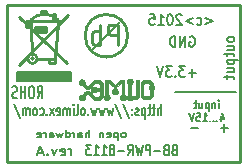
<source format=gbr>
G04 #@! TF.FileFunction,Legend,Bot*
%FSLAX46Y46*%
G04 Gerber Fmt 4.6, Leading zero omitted, Abs format (unit mm)*
G04 Created by KiCad (PCBNEW no-vcs-found-product) date 20.07.2015 (пн) 10,43,29 EEST*
%MOMM*%
G01*
G04 APERTURE LIST*
%ADD10C,0.100000*%
%ADD11C,0.200000*%
%ADD12C,0.150000*%
%ADD13C,0.175000*%
%ADD14C,0.254000*%
%ADD15C,0.009000*%
%ADD16C,0.127000*%
G04 APERTURE END LIST*
D10*
D11*
X32588200Y-23215600D02*
X37769800Y-23215600D01*
X35178743Y-16952143D02*
X35788267Y-17209286D01*
X35178743Y-17466429D01*
X34454934Y-17509286D02*
X34531124Y-17552143D01*
X34683505Y-17552143D01*
X34759696Y-17509286D01*
X34797791Y-17466429D01*
X34835886Y-17380714D01*
X34835886Y-17123571D01*
X34797791Y-17037857D01*
X34759696Y-16995000D01*
X34683505Y-16952143D01*
X34531124Y-16952143D01*
X34454934Y-16995000D01*
X34112077Y-16952143D02*
X33502553Y-17209286D01*
X34112077Y-17466429D01*
X33159696Y-16737857D02*
X33121601Y-16695000D01*
X33045410Y-16652143D01*
X32854934Y-16652143D01*
X32778744Y-16695000D01*
X32740648Y-16737857D01*
X32702553Y-16823571D01*
X32702553Y-16909286D01*
X32740648Y-17037857D01*
X33197791Y-17552143D01*
X32702553Y-17552143D01*
X32207315Y-16652143D02*
X32131124Y-16652143D01*
X32054934Y-16695000D01*
X32016839Y-16737857D01*
X31978743Y-16823571D01*
X31940648Y-16995000D01*
X31940648Y-17209286D01*
X31978743Y-17380714D01*
X32016839Y-17466429D01*
X32054934Y-17509286D01*
X32131124Y-17552143D01*
X32207315Y-17552143D01*
X32283505Y-17509286D01*
X32321601Y-17466429D01*
X32359696Y-17380714D01*
X32397791Y-17209286D01*
X32397791Y-16995000D01*
X32359696Y-16823571D01*
X32321601Y-16737857D01*
X32283505Y-16695000D01*
X32207315Y-16652143D01*
X31178743Y-17552143D02*
X31635886Y-17552143D01*
X31407315Y-17552143D02*
X31407315Y-16652143D01*
X31483505Y-16780714D01*
X31559696Y-16866429D01*
X31635886Y-16909286D01*
X30454933Y-16652143D02*
X30835886Y-16652143D01*
X30873981Y-17080714D01*
X30835886Y-17037857D01*
X30759695Y-16995000D01*
X30569219Y-16995000D01*
X30493029Y-17037857D01*
X30454933Y-17080714D01*
X30416838Y-17166429D01*
X30416838Y-17380714D01*
X30454933Y-17466429D01*
X30493029Y-17509286D01*
X30569219Y-17552143D01*
X30759695Y-17552143D01*
X30835886Y-17509286D01*
X30873981Y-17466429D01*
D12*
X31409899Y-25197543D02*
X31409899Y-24297543D01*
X31131328Y-25197543D02*
X31131328Y-24726114D01*
X31162280Y-24640400D01*
X31224185Y-24597543D01*
X31317042Y-24597543D01*
X31378947Y-24640400D01*
X31409899Y-24683257D01*
X30914661Y-24597543D02*
X30667042Y-24597543D01*
X30821804Y-24297543D02*
X30821804Y-25068971D01*
X30790852Y-25154686D01*
X30728947Y-25197543D01*
X30667042Y-25197543D01*
X30543232Y-24597543D02*
X30295613Y-24597543D01*
X30450375Y-24297543D02*
X30450375Y-25068971D01*
X30419423Y-25154686D01*
X30357518Y-25197543D01*
X30295613Y-25197543D01*
X30078946Y-24597543D02*
X30078946Y-25497543D01*
X30078946Y-24640400D02*
X30017041Y-24597543D01*
X29893232Y-24597543D01*
X29831327Y-24640400D01*
X29800375Y-24683257D01*
X29769422Y-24768971D01*
X29769422Y-25026114D01*
X29800375Y-25111829D01*
X29831327Y-25154686D01*
X29893232Y-25197543D01*
X30017041Y-25197543D01*
X30078946Y-25154686D01*
X29521803Y-25154686D02*
X29459899Y-25197543D01*
X29336089Y-25197543D01*
X29274184Y-25154686D01*
X29243232Y-25068971D01*
X29243232Y-25026114D01*
X29274184Y-24940400D01*
X29336089Y-24897543D01*
X29428946Y-24897543D01*
X29490851Y-24854686D01*
X29521803Y-24768971D01*
X29521803Y-24726114D01*
X29490851Y-24640400D01*
X29428946Y-24597543D01*
X29336089Y-24597543D01*
X29274184Y-24640400D01*
X28964661Y-25111829D02*
X28933709Y-25154686D01*
X28964661Y-25197543D01*
X28995613Y-25154686D01*
X28964661Y-25111829D01*
X28964661Y-25197543D01*
X28964661Y-24640400D02*
X28933709Y-24683257D01*
X28964661Y-24726114D01*
X28995613Y-24683257D01*
X28964661Y-24640400D01*
X28964661Y-24726114D01*
X28190851Y-24254686D02*
X28747994Y-25411829D01*
X27509899Y-24254686D02*
X28067042Y-25411829D01*
X27355138Y-24597543D02*
X27231328Y-25197543D01*
X27107519Y-24768971D01*
X26983709Y-25197543D01*
X26859900Y-24597543D01*
X26674186Y-24597543D02*
X26550376Y-25197543D01*
X26426567Y-24768971D01*
X26302757Y-25197543D01*
X26178948Y-24597543D01*
X25993234Y-24597543D02*
X25869424Y-25197543D01*
X25745615Y-24768971D01*
X25621805Y-25197543D01*
X25497996Y-24597543D01*
X25250377Y-25111829D02*
X25219425Y-25154686D01*
X25250377Y-25197543D01*
X25281329Y-25154686D01*
X25250377Y-25111829D01*
X25250377Y-25197543D01*
X24847996Y-25197543D02*
X24909901Y-25154686D01*
X24940853Y-25111829D01*
X24971805Y-25026114D01*
X24971805Y-24768971D01*
X24940853Y-24683257D01*
X24909901Y-24640400D01*
X24847996Y-24597543D01*
X24755139Y-24597543D01*
X24693234Y-24640400D01*
X24662282Y-24683257D01*
X24631329Y-24768971D01*
X24631329Y-25026114D01*
X24662282Y-25111829D01*
X24693234Y-25154686D01*
X24755139Y-25197543D01*
X24847996Y-25197543D01*
X24259901Y-25197543D02*
X24321806Y-25154686D01*
X24352758Y-25068971D01*
X24352758Y-24297543D01*
X24012282Y-25197543D02*
X24012282Y-24597543D01*
X24012282Y-24297543D02*
X24043234Y-24340400D01*
X24012282Y-24383257D01*
X23981330Y-24340400D01*
X24012282Y-24297543D01*
X24012282Y-24383257D01*
X23702758Y-25197543D02*
X23702758Y-24597543D01*
X23702758Y-24683257D02*
X23671806Y-24640400D01*
X23609901Y-24597543D01*
X23517044Y-24597543D01*
X23455139Y-24640400D01*
X23424187Y-24726114D01*
X23424187Y-25197543D01*
X23424187Y-24726114D02*
X23393234Y-24640400D01*
X23331330Y-24597543D01*
X23238472Y-24597543D01*
X23176568Y-24640400D01*
X23145615Y-24726114D01*
X23145615Y-25197543D01*
X22588472Y-25154686D02*
X22650377Y-25197543D01*
X22774186Y-25197543D01*
X22836091Y-25154686D01*
X22867043Y-25068971D01*
X22867043Y-24726114D01*
X22836091Y-24640400D01*
X22774186Y-24597543D01*
X22650377Y-24597543D01*
X22588472Y-24640400D01*
X22557520Y-24726114D01*
X22557520Y-24811829D01*
X22867043Y-24897543D01*
X22340853Y-25197543D02*
X22000377Y-24597543D01*
X22340853Y-24597543D02*
X22000377Y-25197543D01*
X21752758Y-25111829D02*
X21721806Y-25154686D01*
X21752758Y-25197543D01*
X21783710Y-25154686D01*
X21752758Y-25111829D01*
X21752758Y-25197543D01*
X21164663Y-25154686D02*
X21226567Y-25197543D01*
X21350377Y-25197543D01*
X21412282Y-25154686D01*
X21443234Y-25111829D01*
X21474186Y-25026114D01*
X21474186Y-24768971D01*
X21443234Y-24683257D01*
X21412282Y-24640400D01*
X21350377Y-24597543D01*
X21226567Y-24597543D01*
X21164663Y-24640400D01*
X20793234Y-25197543D02*
X20855139Y-25154686D01*
X20886091Y-25111829D01*
X20917043Y-25026114D01*
X20917043Y-24768971D01*
X20886091Y-24683257D01*
X20855139Y-24640400D01*
X20793234Y-24597543D01*
X20700377Y-24597543D01*
X20638472Y-24640400D01*
X20607520Y-24683257D01*
X20576567Y-24768971D01*
X20576567Y-25026114D01*
X20607520Y-25111829D01*
X20638472Y-25154686D01*
X20700377Y-25197543D01*
X20793234Y-25197543D01*
X20297996Y-25197543D02*
X20297996Y-24597543D01*
X20297996Y-24683257D02*
X20267044Y-24640400D01*
X20205139Y-24597543D01*
X20112282Y-24597543D01*
X20050377Y-24640400D01*
X20019425Y-24726114D01*
X20019425Y-25197543D01*
X20019425Y-24726114D02*
X19988472Y-24640400D01*
X19926568Y-24597543D01*
X19833710Y-24597543D01*
X19771806Y-24640400D01*
X19740853Y-24726114D01*
X19740853Y-25197543D01*
X18967043Y-24254686D02*
X19524186Y-25411829D01*
D13*
X20966799Y-23756881D02*
X21200133Y-23280690D01*
X21366799Y-23756881D02*
X21366799Y-22756881D01*
X21100133Y-22756881D01*
X21033466Y-22804500D01*
X21000133Y-22852119D01*
X20966799Y-22947357D01*
X20966799Y-23090214D01*
X21000133Y-23185452D01*
X21033466Y-23233071D01*
X21100133Y-23280690D01*
X21366799Y-23280690D01*
X20533466Y-22756881D02*
X20400133Y-22756881D01*
X20333466Y-22804500D01*
X20266799Y-22899738D01*
X20233466Y-23090214D01*
X20233466Y-23423548D01*
X20266799Y-23614024D01*
X20333466Y-23709262D01*
X20400133Y-23756881D01*
X20533466Y-23756881D01*
X20600133Y-23709262D01*
X20666799Y-23614024D01*
X20700133Y-23423548D01*
X20700133Y-23090214D01*
X20666799Y-22899738D01*
X20600133Y-22804500D01*
X20533466Y-22756881D01*
X19933466Y-23756881D02*
X19933466Y-22756881D01*
X19933466Y-23233071D02*
X19533466Y-23233071D01*
X19533466Y-23756881D02*
X19533466Y-22756881D01*
X19233467Y-23709262D02*
X19133467Y-23756881D01*
X18966800Y-23756881D01*
X18900133Y-23709262D01*
X18866800Y-23661643D01*
X18833467Y-23566405D01*
X18833467Y-23471167D01*
X18866800Y-23375929D01*
X18900133Y-23328310D01*
X18966800Y-23280690D01*
X19100133Y-23233071D01*
X19166800Y-23185452D01*
X19200133Y-23137833D01*
X19233467Y-23042595D01*
X19233467Y-22947357D01*
X19200133Y-22852119D01*
X19166800Y-22804500D01*
X19100133Y-22756881D01*
X18933467Y-22756881D01*
X18833467Y-22804500D01*
D11*
X23821057Y-28594005D02*
X23821057Y-28060671D01*
X23821057Y-28213052D02*
X23778200Y-28136862D01*
X23735343Y-28098767D01*
X23649629Y-28060671D01*
X23563914Y-28060671D01*
X22921057Y-28555910D02*
X23006771Y-28594005D01*
X23178200Y-28594005D01*
X23263914Y-28555910D01*
X23306771Y-28479719D01*
X23306771Y-28174957D01*
X23263914Y-28098767D01*
X23178200Y-28060671D01*
X23006771Y-28060671D01*
X22921057Y-28098767D01*
X22878200Y-28174957D01*
X22878200Y-28251148D01*
X23306771Y-28327338D01*
X22578200Y-28060671D02*
X22363914Y-28594005D01*
X22149628Y-28060671D01*
X21806771Y-28517814D02*
X21763914Y-28555910D01*
X21806771Y-28594005D01*
X21849628Y-28555910D01*
X21806771Y-28517814D01*
X21806771Y-28594005D01*
X21421057Y-28365433D02*
X20992486Y-28365433D01*
X21506772Y-28594005D02*
X21206772Y-27794005D01*
X20906772Y-28594005D01*
D13*
X32543301Y-28129714D02*
X32443301Y-28172571D01*
X32409968Y-28215429D01*
X32376634Y-28301143D01*
X32376634Y-28429714D01*
X32409968Y-28515429D01*
X32443301Y-28558286D01*
X32509968Y-28601143D01*
X32776634Y-28601143D01*
X32776634Y-27701143D01*
X32543301Y-27701143D01*
X32476634Y-27744000D01*
X32443301Y-27786857D01*
X32409968Y-27872571D01*
X32409968Y-27958286D01*
X32443301Y-28044000D01*
X32476634Y-28086857D01*
X32543301Y-28129714D01*
X32776634Y-28129714D01*
X31843301Y-28129714D02*
X31743301Y-28172571D01*
X31709968Y-28215429D01*
X31676634Y-28301143D01*
X31676634Y-28429714D01*
X31709968Y-28515429D01*
X31743301Y-28558286D01*
X31809968Y-28601143D01*
X32076634Y-28601143D01*
X32076634Y-27701143D01*
X31843301Y-27701143D01*
X31776634Y-27744000D01*
X31743301Y-27786857D01*
X31709968Y-27872571D01*
X31709968Y-27958286D01*
X31743301Y-28044000D01*
X31776634Y-28086857D01*
X31843301Y-28129714D01*
X32076634Y-28129714D01*
X31376634Y-28258286D02*
X30843301Y-28258286D01*
X30509967Y-28601143D02*
X30509967Y-27701143D01*
X30243301Y-27701143D01*
X30176634Y-27744000D01*
X30143301Y-27786857D01*
X30109967Y-27872571D01*
X30109967Y-28001143D01*
X30143301Y-28086857D01*
X30176634Y-28129714D01*
X30243301Y-28172571D01*
X30509967Y-28172571D01*
X29876634Y-27701143D02*
X29709967Y-28601143D01*
X29576634Y-27958286D01*
X29443301Y-28601143D01*
X29276634Y-27701143D01*
X28609967Y-28601143D02*
X28843301Y-28172571D01*
X29009967Y-28601143D02*
X29009967Y-27701143D01*
X28743301Y-27701143D01*
X28676634Y-27744000D01*
X28643301Y-27786857D01*
X28609967Y-27872571D01*
X28609967Y-28001143D01*
X28643301Y-28086857D01*
X28676634Y-28129714D01*
X28743301Y-28172571D01*
X29009967Y-28172571D01*
X28309967Y-28258286D02*
X27776634Y-28258286D01*
X27343300Y-28086857D02*
X27409967Y-28044000D01*
X27443300Y-28001143D01*
X27476634Y-27915429D01*
X27476634Y-27872571D01*
X27443300Y-27786857D01*
X27409967Y-27744000D01*
X27343300Y-27701143D01*
X27209967Y-27701143D01*
X27143300Y-27744000D01*
X27109967Y-27786857D01*
X27076634Y-27872571D01*
X27076634Y-27915429D01*
X27109967Y-28001143D01*
X27143300Y-28044000D01*
X27209967Y-28086857D01*
X27343300Y-28086857D01*
X27409967Y-28129714D01*
X27443300Y-28172571D01*
X27476634Y-28258286D01*
X27476634Y-28429714D01*
X27443300Y-28515429D01*
X27409967Y-28558286D01*
X27343300Y-28601143D01*
X27209967Y-28601143D01*
X27143300Y-28558286D01*
X27109967Y-28515429D01*
X27076634Y-28429714D01*
X27076634Y-28258286D01*
X27109967Y-28172571D01*
X27143300Y-28129714D01*
X27209967Y-28086857D01*
X26409967Y-28601143D02*
X26809967Y-28601143D01*
X26609967Y-28601143D02*
X26609967Y-27701143D01*
X26676633Y-27829714D01*
X26743300Y-27915429D01*
X26809967Y-27958286D01*
X25743300Y-28601143D02*
X26143300Y-28601143D01*
X25943300Y-28601143D02*
X25943300Y-27701143D01*
X26009966Y-27829714D01*
X26076633Y-27915429D01*
X26143300Y-27958286D01*
X25509966Y-27701143D02*
X25076633Y-27701143D01*
X25309966Y-28044000D01*
X25209966Y-28044000D01*
X25143299Y-28086857D01*
X25109966Y-28129714D01*
X25076633Y-28215429D01*
X25076633Y-28429714D01*
X25109966Y-28515429D01*
X25143299Y-28558286D01*
X25209966Y-28601143D01*
X25409966Y-28601143D01*
X25476633Y-28558286D01*
X25509966Y-28515429D01*
D12*
X36304414Y-24605567D02*
X36304414Y-24138900D01*
X36304414Y-23905567D02*
X36332985Y-23938900D01*
X36304414Y-23972233D01*
X36275842Y-23938900D01*
X36304414Y-23905567D01*
X36304414Y-23972233D01*
X36018700Y-24138900D02*
X36018700Y-24605567D01*
X36018700Y-24205567D02*
X35990128Y-24172233D01*
X35932986Y-24138900D01*
X35847271Y-24138900D01*
X35790128Y-24172233D01*
X35761557Y-24238900D01*
X35761557Y-24605567D01*
X35475843Y-24138900D02*
X35475843Y-24838900D01*
X35475843Y-24172233D02*
X35418700Y-24138900D01*
X35304414Y-24138900D01*
X35247271Y-24172233D01*
X35218700Y-24205567D01*
X35190129Y-24272233D01*
X35190129Y-24472233D01*
X35218700Y-24538900D01*
X35247271Y-24572233D01*
X35304414Y-24605567D01*
X35418700Y-24605567D01*
X35475843Y-24572233D01*
X34675843Y-24138900D02*
X34675843Y-24605567D01*
X34932986Y-24138900D02*
X34932986Y-24505567D01*
X34904414Y-24572233D01*
X34847272Y-24605567D01*
X34761557Y-24605567D01*
X34704414Y-24572233D01*
X34675843Y-24538900D01*
X34475843Y-24138900D02*
X34247272Y-24138900D01*
X34390129Y-23905567D02*
X34390129Y-24505567D01*
X34361557Y-24572233D01*
X34304415Y-24605567D01*
X34247272Y-24605567D01*
X36461557Y-25268900D02*
X36461557Y-25735567D01*
X36604414Y-25002233D02*
X36747271Y-25502233D01*
X36375843Y-25502233D01*
X36147271Y-25668900D02*
X36118699Y-25702233D01*
X36147271Y-25735567D01*
X36175842Y-25702233D01*
X36147271Y-25668900D01*
X36147271Y-25735567D01*
X35861557Y-25668900D02*
X35832985Y-25702233D01*
X35861557Y-25735567D01*
X35890128Y-25702233D01*
X35861557Y-25668900D01*
X35861557Y-25735567D01*
X35575843Y-25668900D02*
X35547271Y-25702233D01*
X35575843Y-25735567D01*
X35604414Y-25702233D01*
X35575843Y-25668900D01*
X35575843Y-25735567D01*
X34975843Y-25735567D02*
X35318700Y-25735567D01*
X35147272Y-25735567D02*
X35147272Y-25035567D01*
X35204415Y-25135567D01*
X35261557Y-25202233D01*
X35318700Y-25235567D01*
X34432986Y-25035567D02*
X34718700Y-25035567D01*
X34747271Y-25368900D01*
X34718700Y-25335567D01*
X34661557Y-25302233D01*
X34518700Y-25302233D01*
X34461557Y-25335567D01*
X34432986Y-25368900D01*
X34404414Y-25435567D01*
X34404414Y-25602233D01*
X34432986Y-25668900D01*
X34461557Y-25702233D01*
X34518700Y-25735567D01*
X34661557Y-25735567D01*
X34718700Y-25702233D01*
X34747271Y-25668900D01*
X34232985Y-25035567D02*
X34032985Y-25735567D01*
X33832985Y-25035567D01*
D11*
X34582062Y-26251686D02*
X33972538Y-26251686D01*
X37083962Y-26289786D02*
X36474438Y-26289786D01*
X36779200Y-26632643D02*
X36779200Y-25946929D01*
X37618143Y-18707299D02*
X37575286Y-18631108D01*
X37532429Y-18593013D01*
X37446714Y-18554918D01*
X37189571Y-18554918D01*
X37103857Y-18593013D01*
X37061000Y-18631108D01*
X37018143Y-18707299D01*
X37018143Y-18821585D01*
X37061000Y-18897775D01*
X37103857Y-18935870D01*
X37189571Y-18973966D01*
X37446714Y-18973966D01*
X37532429Y-18935870D01*
X37575286Y-18897775D01*
X37618143Y-18821585D01*
X37618143Y-18707299D01*
X37018143Y-19659680D02*
X37618143Y-19659680D01*
X37018143Y-19316823D02*
X37489571Y-19316823D01*
X37575286Y-19354918D01*
X37618143Y-19431109D01*
X37618143Y-19545395D01*
X37575286Y-19621585D01*
X37532429Y-19659680D01*
X37018143Y-19926347D02*
X37018143Y-20231109D01*
X36718143Y-20040633D02*
X37489571Y-20040633D01*
X37575286Y-20078728D01*
X37618143Y-20154919D01*
X37618143Y-20231109D01*
X37018143Y-20497776D02*
X37918143Y-20497776D01*
X37061000Y-20497776D02*
X37018143Y-20573967D01*
X37018143Y-20726348D01*
X37061000Y-20802538D01*
X37103857Y-20840633D01*
X37189571Y-20878729D01*
X37446714Y-20878729D01*
X37532429Y-20840633D01*
X37575286Y-20802538D01*
X37618143Y-20726348D01*
X37618143Y-20573967D01*
X37575286Y-20497776D01*
X37018143Y-21564443D02*
X37618143Y-21564443D01*
X37018143Y-21221586D02*
X37489571Y-21221586D01*
X37575286Y-21259681D01*
X37618143Y-21335872D01*
X37618143Y-21450158D01*
X37575286Y-21526348D01*
X37532429Y-21564443D01*
X37018143Y-21831110D02*
X37018143Y-22135872D01*
X36718143Y-21945396D02*
X37489571Y-21945396D01*
X37575286Y-21983491D01*
X37618143Y-22059682D01*
X37618143Y-22135872D01*
X33858123Y-18549200D02*
X33934314Y-18506343D01*
X34048599Y-18506343D01*
X34162885Y-18549200D01*
X34239076Y-18634914D01*
X34277171Y-18720629D01*
X34315266Y-18892057D01*
X34315266Y-19020629D01*
X34277171Y-19192057D01*
X34239076Y-19277771D01*
X34162885Y-19363486D01*
X34048599Y-19406343D01*
X33972409Y-19406343D01*
X33858123Y-19363486D01*
X33820028Y-19320629D01*
X33820028Y-19020629D01*
X33972409Y-19020629D01*
X33477171Y-19406343D02*
X33477171Y-18506343D01*
X33020028Y-19406343D01*
X33020028Y-18506343D01*
X32639076Y-19406343D02*
X32639076Y-18506343D01*
X32448600Y-18506343D01*
X32334314Y-18549200D01*
X32258123Y-18634914D01*
X32220028Y-18720629D01*
X32181933Y-18892057D01*
X32181933Y-19020629D01*
X32220028Y-19192057D01*
X32258123Y-19277771D01*
X32334314Y-19363486D01*
X32448600Y-19406343D01*
X32639076Y-19406343D01*
X34391400Y-21628886D02*
X33781876Y-21628886D01*
X34086638Y-21971743D02*
X34086638Y-21286029D01*
X33477114Y-21071743D02*
X32981876Y-21071743D01*
X33248543Y-21414600D01*
X33134257Y-21414600D01*
X33058067Y-21457457D01*
X33019971Y-21500314D01*
X32981876Y-21586029D01*
X32981876Y-21800314D01*
X33019971Y-21886029D01*
X33058067Y-21928886D01*
X33134257Y-21971743D01*
X33362829Y-21971743D01*
X33439019Y-21928886D01*
X33477114Y-21886029D01*
X32639019Y-21886029D02*
X32600924Y-21928886D01*
X32639019Y-21971743D01*
X32677114Y-21928886D01*
X32639019Y-21886029D01*
X32639019Y-21971743D01*
X32334257Y-21071743D02*
X31839019Y-21071743D01*
X32105686Y-21414600D01*
X31991400Y-21414600D01*
X31915210Y-21457457D01*
X31877114Y-21500314D01*
X31839019Y-21586029D01*
X31839019Y-21800314D01*
X31877114Y-21886029D01*
X31915210Y-21928886D01*
X31991400Y-21971743D01*
X32219972Y-21971743D01*
X32296162Y-21928886D01*
X32334257Y-21886029D01*
X31610448Y-21071743D02*
X31343781Y-21971743D01*
X31077114Y-21071743D01*
D12*
X28292764Y-27093829D02*
X28359431Y-27065257D01*
X28392764Y-27036686D01*
X28426098Y-26979543D01*
X28426098Y-26808114D01*
X28392764Y-26750971D01*
X28359431Y-26722400D01*
X28292764Y-26693829D01*
X28192764Y-26693829D01*
X28126098Y-26722400D01*
X28092764Y-26750971D01*
X28059431Y-26808114D01*
X28059431Y-26979543D01*
X28092764Y-27036686D01*
X28126098Y-27065257D01*
X28192764Y-27093829D01*
X28292764Y-27093829D01*
X27759431Y-26693829D02*
X27759431Y-27293829D01*
X27759431Y-26722400D02*
X27692765Y-26693829D01*
X27559431Y-26693829D01*
X27492765Y-26722400D01*
X27459431Y-26750971D01*
X27426098Y-26808114D01*
X27426098Y-26979543D01*
X27459431Y-27036686D01*
X27492765Y-27065257D01*
X27559431Y-27093829D01*
X27692765Y-27093829D01*
X27759431Y-27065257D01*
X26859432Y-27065257D02*
X26926098Y-27093829D01*
X27059432Y-27093829D01*
X27126098Y-27065257D01*
X27159432Y-27008114D01*
X27159432Y-26779543D01*
X27126098Y-26722400D01*
X27059432Y-26693829D01*
X26926098Y-26693829D01*
X26859432Y-26722400D01*
X26826098Y-26779543D01*
X26826098Y-26836686D01*
X27159432Y-26893829D01*
X26526098Y-26693829D02*
X26526098Y-27093829D01*
X26526098Y-26750971D02*
X26492765Y-26722400D01*
X26426098Y-26693829D01*
X26326098Y-26693829D01*
X26259432Y-26722400D01*
X26226098Y-26779543D01*
X26226098Y-27093829D01*
X25359432Y-27093829D02*
X25359432Y-26493829D01*
X25059432Y-27093829D02*
X25059432Y-26779543D01*
X25092766Y-26722400D01*
X25159432Y-26693829D01*
X25259432Y-26693829D01*
X25326099Y-26722400D01*
X25359432Y-26750971D01*
X24426099Y-27093829D02*
X24426099Y-26779543D01*
X24459433Y-26722400D01*
X24526099Y-26693829D01*
X24659433Y-26693829D01*
X24726099Y-26722400D01*
X24426099Y-27065257D02*
X24492766Y-27093829D01*
X24659433Y-27093829D01*
X24726099Y-27065257D01*
X24759433Y-27008114D01*
X24759433Y-26950971D01*
X24726099Y-26893829D01*
X24659433Y-26865257D01*
X24492766Y-26865257D01*
X24426099Y-26836686D01*
X24092766Y-27093829D02*
X24092766Y-26693829D01*
X24092766Y-26808114D02*
X24059433Y-26750971D01*
X24026100Y-26722400D01*
X23959433Y-26693829D01*
X23892766Y-26693829D01*
X23359433Y-27093829D02*
X23359433Y-26493829D01*
X23359433Y-27065257D02*
X23426100Y-27093829D01*
X23559433Y-27093829D01*
X23626100Y-27065257D01*
X23659433Y-27036686D01*
X23692767Y-26979543D01*
X23692767Y-26808114D01*
X23659433Y-26750971D01*
X23626100Y-26722400D01*
X23559433Y-26693829D01*
X23426100Y-26693829D01*
X23359433Y-26722400D01*
X23092767Y-26693829D02*
X22959434Y-27093829D01*
X22826100Y-26808114D01*
X22692767Y-27093829D01*
X22559434Y-26693829D01*
X21992767Y-27093829D02*
X21992767Y-26779543D01*
X22026101Y-26722400D01*
X22092767Y-26693829D01*
X22226101Y-26693829D01*
X22292767Y-26722400D01*
X21992767Y-27065257D02*
X22059434Y-27093829D01*
X22226101Y-27093829D01*
X22292767Y-27065257D01*
X22326101Y-27008114D01*
X22326101Y-26950971D01*
X22292767Y-26893829D01*
X22226101Y-26865257D01*
X22059434Y-26865257D01*
X21992767Y-26836686D01*
X21659434Y-27093829D02*
X21659434Y-26693829D01*
X21659434Y-26808114D02*
X21626101Y-26750971D01*
X21592768Y-26722400D01*
X21526101Y-26693829D01*
X21459434Y-26693829D01*
X20959435Y-27065257D02*
X21026101Y-27093829D01*
X21159435Y-27093829D01*
X21226101Y-27065257D01*
X21259435Y-27008114D01*
X21259435Y-26779543D01*
X21226101Y-26722400D01*
X21159435Y-26693829D01*
X21026101Y-26693829D01*
X20959435Y-26722400D01*
X20926101Y-26779543D01*
X20926101Y-26836686D01*
X21259435Y-26893829D01*
D14*
X38100000Y-15875000D02*
X18415000Y-15875000D01*
X18415000Y-29210000D02*
X18415000Y-15875000D01*
X38100000Y-29210000D02*
X18415000Y-29210000D01*
X38100000Y-15875000D02*
X38100000Y-29210000D01*
D15*
G36*
X28539758Y-23709894D02*
X28541946Y-23758073D01*
X28551906Y-23801358D01*
X28557855Y-23815542D01*
X28581393Y-23852181D01*
X28614139Y-23888732D01*
X28651040Y-23920150D01*
X28681178Y-23938700D01*
X28704540Y-23946540D01*
X28704540Y-23719790D01*
X28707607Y-23685595D01*
X28718175Y-23663538D01*
X28738298Y-23651523D01*
X28770029Y-23647455D01*
X28775474Y-23647400D01*
X28801129Y-23649175D01*
X28821958Y-23653708D01*
X28829232Y-23657129D01*
X28842453Y-23675125D01*
X28849433Y-23701671D01*
X28850163Y-23731447D01*
X28844632Y-23759130D01*
X28832832Y-23779397D01*
X28829462Y-23782283D01*
X28809357Y-23790066D01*
X28781851Y-23792616D01*
X28753080Y-23790229D01*
X28729180Y-23783206D01*
X28719780Y-23776940D01*
X28709925Y-23762256D01*
X28705325Y-23740799D01*
X28704540Y-23719790D01*
X28704540Y-23946540D01*
X28717154Y-23950773D01*
X28760249Y-23957159D01*
X28804167Y-23957500D01*
X28842610Y-23951437D01*
X28851870Y-23948417D01*
X28883368Y-23932813D01*
X28916497Y-23910625D01*
X28946040Y-23885787D01*
X28966783Y-23862232D01*
X28967430Y-23861259D01*
X28982670Y-23837944D01*
X29144840Y-23837922D01*
X29204108Y-23837644D01*
X29250014Y-23836756D01*
X29284424Y-23835149D01*
X29309209Y-23832714D01*
X29326237Y-23829344D01*
X29333155Y-23826976D01*
X29348484Y-23817340D01*
X29371738Y-23798771D01*
X29400651Y-23773470D01*
X29432957Y-23743640D01*
X29466392Y-23711486D01*
X29498690Y-23679209D01*
X29527585Y-23649013D01*
X29550812Y-23623100D01*
X29566105Y-23603674D01*
X29570464Y-23596210D01*
X29572327Y-23589464D01*
X29573963Y-23577995D01*
X29575387Y-23560917D01*
X29576612Y-23537343D01*
X29577649Y-23506386D01*
X29578514Y-23467158D01*
X29579219Y-23418774D01*
X29579778Y-23360346D01*
X29580203Y-23290986D01*
X29580509Y-23209809D01*
X29580708Y-23115928D01*
X29580813Y-23008454D01*
X29580840Y-22904695D01*
X29580840Y-22237700D01*
X29462730Y-22237700D01*
X29344620Y-22237700D01*
X29344620Y-22868459D01*
X29344620Y-23499219D01*
X29292994Y-23550449D01*
X29241368Y-23601680D01*
X29112019Y-23601658D01*
X28982670Y-23601636D01*
X28967430Y-23578321D01*
X28948034Y-23555818D01*
X28919643Y-23531325D01*
X28887319Y-23508742D01*
X28856123Y-23491966D01*
X28854197Y-23491145D01*
X28815347Y-23481290D01*
X28769929Y-23479531D01*
X28724093Y-23485566D01*
X28683989Y-23499092D01*
X28683017Y-23499571D01*
X28638589Y-23528117D01*
X28598099Y-23565943D01*
X28566354Y-23608304D01*
X28558608Y-23622483D01*
X28545320Y-23662728D01*
X28539758Y-23709894D01*
X28539758Y-23709894D01*
X28539758Y-23709894D01*
G37*
X28539758Y-23709894D02*
X28541946Y-23758073D01*
X28551906Y-23801358D01*
X28557855Y-23815542D01*
X28581393Y-23852181D01*
X28614139Y-23888732D01*
X28651040Y-23920150D01*
X28681178Y-23938700D01*
X28704540Y-23946540D01*
X28704540Y-23719790D01*
X28707607Y-23685595D01*
X28718175Y-23663538D01*
X28738298Y-23651523D01*
X28770029Y-23647455D01*
X28775474Y-23647400D01*
X28801129Y-23649175D01*
X28821958Y-23653708D01*
X28829232Y-23657129D01*
X28842453Y-23675125D01*
X28849433Y-23701671D01*
X28850163Y-23731447D01*
X28844632Y-23759130D01*
X28832832Y-23779397D01*
X28829462Y-23782283D01*
X28809357Y-23790066D01*
X28781851Y-23792616D01*
X28753080Y-23790229D01*
X28729180Y-23783206D01*
X28719780Y-23776940D01*
X28709925Y-23762256D01*
X28705325Y-23740799D01*
X28704540Y-23719790D01*
X28704540Y-23946540D01*
X28717154Y-23950773D01*
X28760249Y-23957159D01*
X28804167Y-23957500D01*
X28842610Y-23951437D01*
X28851870Y-23948417D01*
X28883368Y-23932813D01*
X28916497Y-23910625D01*
X28946040Y-23885787D01*
X28966783Y-23862232D01*
X28967430Y-23861259D01*
X28982670Y-23837944D01*
X29144840Y-23837922D01*
X29204108Y-23837644D01*
X29250014Y-23836756D01*
X29284424Y-23835149D01*
X29309209Y-23832714D01*
X29326237Y-23829344D01*
X29333155Y-23826976D01*
X29348484Y-23817340D01*
X29371738Y-23798771D01*
X29400651Y-23773470D01*
X29432957Y-23743640D01*
X29466392Y-23711486D01*
X29498690Y-23679209D01*
X29527585Y-23649013D01*
X29550812Y-23623100D01*
X29566105Y-23603674D01*
X29570464Y-23596210D01*
X29572327Y-23589464D01*
X29573963Y-23577995D01*
X29575387Y-23560917D01*
X29576612Y-23537343D01*
X29577649Y-23506386D01*
X29578514Y-23467158D01*
X29579219Y-23418774D01*
X29579778Y-23360346D01*
X29580203Y-23290986D01*
X29580509Y-23209809D01*
X29580708Y-23115928D01*
X29580813Y-23008454D01*
X29580840Y-22904695D01*
X29580840Y-22237700D01*
X29462730Y-22237700D01*
X29344620Y-22237700D01*
X29344620Y-22868459D01*
X29344620Y-23499219D01*
X29292994Y-23550449D01*
X29241368Y-23601680D01*
X29112019Y-23601658D01*
X28982670Y-23601636D01*
X28967430Y-23578321D01*
X28948034Y-23555818D01*
X28919643Y-23531325D01*
X28887319Y-23508742D01*
X28856123Y-23491966D01*
X28854197Y-23491145D01*
X28815347Y-23481290D01*
X28769929Y-23479531D01*
X28724093Y-23485566D01*
X28683989Y-23499092D01*
X28683017Y-23499571D01*
X28638589Y-23528117D01*
X28598099Y-23565943D01*
X28566354Y-23608304D01*
X28558608Y-23622483D01*
X28545320Y-23662728D01*
X28539758Y-23709894D01*
X28539758Y-23709894D01*
G36*
X26595543Y-23694821D02*
X26596146Y-23743596D01*
X26605430Y-23790746D01*
X26615024Y-23815542D01*
X26638185Y-23851927D01*
X26670688Y-23888394D01*
X26707516Y-23919912D01*
X26738078Y-23938865D01*
X26761440Y-23946481D01*
X26761440Y-23719790D01*
X26764507Y-23685595D01*
X26775075Y-23663538D01*
X26795198Y-23651523D01*
X26826929Y-23647455D01*
X26832374Y-23647400D01*
X26858029Y-23649175D01*
X26878858Y-23653708D01*
X26886132Y-23657129D01*
X26899353Y-23675125D01*
X26906333Y-23701671D01*
X26907063Y-23731447D01*
X26901532Y-23759130D01*
X26889732Y-23779397D01*
X26886362Y-23782283D01*
X26866257Y-23790066D01*
X26838751Y-23792616D01*
X26809980Y-23790229D01*
X26786080Y-23783206D01*
X26776680Y-23776940D01*
X26766825Y-23762256D01*
X26762225Y-23740799D01*
X26761440Y-23719790D01*
X26761440Y-23946481D01*
X26777881Y-23951841D01*
X26824865Y-23957035D01*
X26873125Y-23954472D01*
X26916750Y-23944173D01*
X26931137Y-23938112D01*
X26974299Y-23910047D01*
X27014296Y-23871553D01*
X27046481Y-23827370D01*
X27054765Y-23812004D01*
X27069312Y-23769165D01*
X27075126Y-23721559D01*
X27071917Y-23675172D01*
X27062951Y-23643662D01*
X27046380Y-23611963D01*
X27023831Y-23579085D01*
X26999156Y-23550053D01*
X26976204Y-23529892D01*
X26975299Y-23529290D01*
X26951984Y-23514050D01*
X26951962Y-22993985D01*
X26951940Y-22473920D01*
X26984381Y-22473920D01*
X26993114Y-22474127D01*
X27001314Y-22475444D01*
X27010198Y-22478912D01*
X27020982Y-22485575D01*
X27034886Y-22496473D01*
X27053124Y-22512650D01*
X27076917Y-22535147D01*
X27107479Y-22565008D01*
X27146029Y-22603273D01*
X27193784Y-22650986D01*
X27209171Y-22666380D01*
X27401520Y-22858840D01*
X27401498Y-22931175D01*
X27401333Y-22964799D01*
X27400246Y-22986642D01*
X27397317Y-23000161D01*
X27391623Y-23008815D01*
X27382244Y-23016063D01*
X27378161Y-23018750D01*
X27352738Y-23040862D01*
X27326902Y-23072397D01*
X27304438Y-23108131D01*
X27289868Y-23140620D01*
X27281343Y-23184281D01*
X27281946Y-23233056D01*
X27291230Y-23280206D01*
X27300824Y-23305002D01*
X27323985Y-23341387D01*
X27356488Y-23377853D01*
X27393316Y-23409372D01*
X27423878Y-23428324D01*
X27447240Y-23435941D01*
X27447240Y-23209250D01*
X27450307Y-23175055D01*
X27460875Y-23152998D01*
X27480998Y-23140983D01*
X27512729Y-23136915D01*
X27518174Y-23136860D01*
X27543829Y-23138635D01*
X27564658Y-23143168D01*
X27571932Y-23146589D01*
X27585153Y-23164585D01*
X27592133Y-23191131D01*
X27592863Y-23220907D01*
X27587332Y-23248590D01*
X27575532Y-23268857D01*
X27572162Y-23271743D01*
X27552057Y-23279526D01*
X27524551Y-23282076D01*
X27495780Y-23279689D01*
X27471880Y-23272666D01*
X27462480Y-23266400D01*
X27452625Y-23251716D01*
X27448025Y-23230259D01*
X27447240Y-23209250D01*
X27447240Y-23435941D01*
X27463681Y-23441301D01*
X27510665Y-23446495D01*
X27558925Y-23443932D01*
X27602550Y-23433633D01*
X27616936Y-23427572D01*
X27660099Y-23399507D01*
X27700096Y-23361013D01*
X27732281Y-23316830D01*
X27740565Y-23301464D01*
X27755112Y-23258625D01*
X27760926Y-23211019D01*
X27757717Y-23164632D01*
X27748751Y-23133122D01*
X27732180Y-23101423D01*
X27709631Y-23068545D01*
X27684956Y-23039513D01*
X27662004Y-23019352D01*
X27661099Y-23018750D01*
X27650294Y-23011205D01*
X27643480Y-23003400D01*
X27639736Y-22991878D01*
X27638140Y-22973179D01*
X27637772Y-22943846D01*
X27637762Y-22931175D01*
X27637740Y-22858840D01*
X27830089Y-22666380D01*
X27880676Y-22615799D01*
X27921713Y-22574960D01*
X27954417Y-22542822D01*
X27980006Y-22518343D01*
X27999696Y-22500479D01*
X28014705Y-22488190D01*
X28026250Y-22480432D01*
X28035549Y-22476164D01*
X28043819Y-22474343D01*
X28052277Y-22473927D01*
X28054879Y-22473920D01*
X28087320Y-22473920D01*
X28087298Y-22993985D01*
X28087276Y-23514050D01*
X28063961Y-23529290D01*
X28038538Y-23551402D01*
X28012702Y-23582937D01*
X27990238Y-23618671D01*
X27975668Y-23651160D01*
X27967143Y-23694821D01*
X27967746Y-23743596D01*
X27977030Y-23790746D01*
X27986624Y-23815542D01*
X28009844Y-23852013D01*
X28042395Y-23888494D01*
X28079233Y-23919936D01*
X28109678Y-23938700D01*
X28133040Y-23946551D01*
X28133040Y-23719790D01*
X28136107Y-23685595D01*
X28146675Y-23663538D01*
X28166798Y-23651523D01*
X28198529Y-23647455D01*
X28203974Y-23647400D01*
X28229629Y-23649175D01*
X28250458Y-23653708D01*
X28257732Y-23657129D01*
X28270953Y-23675125D01*
X28277933Y-23701671D01*
X28278663Y-23731447D01*
X28273132Y-23759130D01*
X28261332Y-23779397D01*
X28257962Y-23782283D01*
X28237857Y-23790066D01*
X28210351Y-23792616D01*
X28181580Y-23790229D01*
X28157680Y-23783206D01*
X28148280Y-23776940D01*
X28138425Y-23762256D01*
X28133825Y-23740799D01*
X28133040Y-23719790D01*
X28133040Y-23946551D01*
X28145308Y-23950674D01*
X28188064Y-23957090D01*
X28231683Y-23957584D01*
X28269903Y-23951793D01*
X28279926Y-23948570D01*
X28329793Y-23922126D01*
X28375151Y-23883844D01*
X28412600Y-23837088D01*
X28434777Y-23795377D01*
X28442869Y-23763938D01*
X28445952Y-23724849D01*
X28444036Y-23684851D01*
X28437132Y-23650685D01*
X28434551Y-23643662D01*
X28417980Y-23611963D01*
X28395431Y-23579085D01*
X28370756Y-23550053D01*
X28347804Y-23529892D01*
X28346899Y-23529290D01*
X28323584Y-23514050D01*
X28323562Y-22875875D01*
X28323540Y-22237700D01*
X28141156Y-22237700D01*
X28082349Y-22238040D01*
X28030950Y-22239014D01*
X27988802Y-22240548D01*
X27957745Y-22242571D01*
X27939621Y-22245011D01*
X27937321Y-22245680D01*
X27927127Y-22252777D01*
X27907582Y-22269454D01*
X27880039Y-22294443D01*
X27845852Y-22326474D01*
X27806376Y-22364281D01*
X27762963Y-22406595D01*
X27717696Y-22451421D01*
X27519521Y-22649183D01*
X27325265Y-22454104D01*
X27279662Y-22408687D01*
X27236503Y-22366425D01*
X27197178Y-22328623D01*
X27163077Y-22296591D01*
X27135591Y-22271635D01*
X27116109Y-22255064D01*
X27106490Y-22248363D01*
X27094328Y-22244740D01*
X27075470Y-22241972D01*
X27048207Y-22239972D01*
X27010832Y-22238652D01*
X26961639Y-22237923D01*
X26898921Y-22237700D01*
X26898845Y-22237700D01*
X26715720Y-22237700D01*
X26715698Y-22875875D01*
X26715676Y-23514050D01*
X26692361Y-23529290D01*
X26666938Y-23551402D01*
X26641102Y-23582937D01*
X26618638Y-23618671D01*
X26604068Y-23651160D01*
X26595543Y-23694821D01*
X26595543Y-23694821D01*
X26595543Y-23694821D01*
G37*
X26595543Y-23694821D02*
X26596146Y-23743596D01*
X26605430Y-23790746D01*
X26615024Y-23815542D01*
X26638185Y-23851927D01*
X26670688Y-23888394D01*
X26707516Y-23919912D01*
X26738078Y-23938865D01*
X26761440Y-23946481D01*
X26761440Y-23719790D01*
X26764507Y-23685595D01*
X26775075Y-23663538D01*
X26795198Y-23651523D01*
X26826929Y-23647455D01*
X26832374Y-23647400D01*
X26858029Y-23649175D01*
X26878858Y-23653708D01*
X26886132Y-23657129D01*
X26899353Y-23675125D01*
X26906333Y-23701671D01*
X26907063Y-23731447D01*
X26901532Y-23759130D01*
X26889732Y-23779397D01*
X26886362Y-23782283D01*
X26866257Y-23790066D01*
X26838751Y-23792616D01*
X26809980Y-23790229D01*
X26786080Y-23783206D01*
X26776680Y-23776940D01*
X26766825Y-23762256D01*
X26762225Y-23740799D01*
X26761440Y-23719790D01*
X26761440Y-23946481D01*
X26777881Y-23951841D01*
X26824865Y-23957035D01*
X26873125Y-23954472D01*
X26916750Y-23944173D01*
X26931137Y-23938112D01*
X26974299Y-23910047D01*
X27014296Y-23871553D01*
X27046481Y-23827370D01*
X27054765Y-23812004D01*
X27069312Y-23769165D01*
X27075126Y-23721559D01*
X27071917Y-23675172D01*
X27062951Y-23643662D01*
X27046380Y-23611963D01*
X27023831Y-23579085D01*
X26999156Y-23550053D01*
X26976204Y-23529892D01*
X26975299Y-23529290D01*
X26951984Y-23514050D01*
X26951962Y-22993985D01*
X26951940Y-22473920D01*
X26984381Y-22473920D01*
X26993114Y-22474127D01*
X27001314Y-22475444D01*
X27010198Y-22478912D01*
X27020982Y-22485575D01*
X27034886Y-22496473D01*
X27053124Y-22512650D01*
X27076917Y-22535147D01*
X27107479Y-22565008D01*
X27146029Y-22603273D01*
X27193784Y-22650986D01*
X27209171Y-22666380D01*
X27401520Y-22858840D01*
X27401498Y-22931175D01*
X27401333Y-22964799D01*
X27400246Y-22986642D01*
X27397317Y-23000161D01*
X27391623Y-23008815D01*
X27382244Y-23016063D01*
X27378161Y-23018750D01*
X27352738Y-23040862D01*
X27326902Y-23072397D01*
X27304438Y-23108131D01*
X27289868Y-23140620D01*
X27281343Y-23184281D01*
X27281946Y-23233056D01*
X27291230Y-23280206D01*
X27300824Y-23305002D01*
X27323985Y-23341387D01*
X27356488Y-23377853D01*
X27393316Y-23409372D01*
X27423878Y-23428324D01*
X27447240Y-23435941D01*
X27447240Y-23209250D01*
X27450307Y-23175055D01*
X27460875Y-23152998D01*
X27480998Y-23140983D01*
X27512729Y-23136915D01*
X27518174Y-23136860D01*
X27543829Y-23138635D01*
X27564658Y-23143168D01*
X27571932Y-23146589D01*
X27585153Y-23164585D01*
X27592133Y-23191131D01*
X27592863Y-23220907D01*
X27587332Y-23248590D01*
X27575532Y-23268857D01*
X27572162Y-23271743D01*
X27552057Y-23279526D01*
X27524551Y-23282076D01*
X27495780Y-23279689D01*
X27471880Y-23272666D01*
X27462480Y-23266400D01*
X27452625Y-23251716D01*
X27448025Y-23230259D01*
X27447240Y-23209250D01*
X27447240Y-23435941D01*
X27463681Y-23441301D01*
X27510665Y-23446495D01*
X27558925Y-23443932D01*
X27602550Y-23433633D01*
X27616936Y-23427572D01*
X27660099Y-23399507D01*
X27700096Y-23361013D01*
X27732281Y-23316830D01*
X27740565Y-23301464D01*
X27755112Y-23258625D01*
X27760926Y-23211019D01*
X27757717Y-23164632D01*
X27748751Y-23133122D01*
X27732180Y-23101423D01*
X27709631Y-23068545D01*
X27684956Y-23039513D01*
X27662004Y-23019352D01*
X27661099Y-23018750D01*
X27650294Y-23011205D01*
X27643480Y-23003400D01*
X27639736Y-22991878D01*
X27638140Y-22973179D01*
X27637772Y-22943846D01*
X27637762Y-22931175D01*
X27637740Y-22858840D01*
X27830089Y-22666380D01*
X27880676Y-22615799D01*
X27921713Y-22574960D01*
X27954417Y-22542822D01*
X27980006Y-22518343D01*
X27999696Y-22500479D01*
X28014705Y-22488190D01*
X28026250Y-22480432D01*
X28035549Y-22476164D01*
X28043819Y-22474343D01*
X28052277Y-22473927D01*
X28054879Y-22473920D01*
X28087320Y-22473920D01*
X28087298Y-22993985D01*
X28087276Y-23514050D01*
X28063961Y-23529290D01*
X28038538Y-23551402D01*
X28012702Y-23582937D01*
X27990238Y-23618671D01*
X27975668Y-23651160D01*
X27967143Y-23694821D01*
X27967746Y-23743596D01*
X27977030Y-23790746D01*
X27986624Y-23815542D01*
X28009844Y-23852013D01*
X28042395Y-23888494D01*
X28079233Y-23919936D01*
X28109678Y-23938700D01*
X28133040Y-23946551D01*
X28133040Y-23719790D01*
X28136107Y-23685595D01*
X28146675Y-23663538D01*
X28166798Y-23651523D01*
X28198529Y-23647455D01*
X28203974Y-23647400D01*
X28229629Y-23649175D01*
X28250458Y-23653708D01*
X28257732Y-23657129D01*
X28270953Y-23675125D01*
X28277933Y-23701671D01*
X28278663Y-23731447D01*
X28273132Y-23759130D01*
X28261332Y-23779397D01*
X28257962Y-23782283D01*
X28237857Y-23790066D01*
X28210351Y-23792616D01*
X28181580Y-23790229D01*
X28157680Y-23783206D01*
X28148280Y-23776940D01*
X28138425Y-23762256D01*
X28133825Y-23740799D01*
X28133040Y-23719790D01*
X28133040Y-23946551D01*
X28145308Y-23950674D01*
X28188064Y-23957090D01*
X28231683Y-23957584D01*
X28269903Y-23951793D01*
X28279926Y-23948570D01*
X28329793Y-23922126D01*
X28375151Y-23883844D01*
X28412600Y-23837088D01*
X28434777Y-23795377D01*
X28442869Y-23763938D01*
X28445952Y-23724849D01*
X28444036Y-23684851D01*
X28437132Y-23650685D01*
X28434551Y-23643662D01*
X28417980Y-23611963D01*
X28395431Y-23579085D01*
X28370756Y-23550053D01*
X28347804Y-23529892D01*
X28346899Y-23529290D01*
X28323584Y-23514050D01*
X28323562Y-22875875D01*
X28323540Y-22237700D01*
X28141156Y-22237700D01*
X28082349Y-22238040D01*
X28030950Y-22239014D01*
X27988802Y-22240548D01*
X27957745Y-22242571D01*
X27939621Y-22245011D01*
X27937321Y-22245680D01*
X27927127Y-22252777D01*
X27907582Y-22269454D01*
X27880039Y-22294443D01*
X27845852Y-22326474D01*
X27806376Y-22364281D01*
X27762963Y-22406595D01*
X27717696Y-22451421D01*
X27519521Y-22649183D01*
X27325265Y-22454104D01*
X27279662Y-22408687D01*
X27236503Y-22366425D01*
X27197178Y-22328623D01*
X27163077Y-22296591D01*
X27135591Y-22271635D01*
X27116109Y-22255064D01*
X27106490Y-22248363D01*
X27094328Y-22244740D01*
X27075470Y-22241972D01*
X27048207Y-22239972D01*
X27010832Y-22238652D01*
X26961639Y-22237923D01*
X26898921Y-22237700D01*
X26898845Y-22237700D01*
X26715720Y-22237700D01*
X26715698Y-22875875D01*
X26715676Y-23514050D01*
X26692361Y-23529290D01*
X26666938Y-23551402D01*
X26641102Y-23582937D01*
X26618638Y-23618671D01*
X26604068Y-23651160D01*
X26595543Y-23694821D01*
X26595543Y-23694821D01*
G36*
X24478298Y-23709894D02*
X24480486Y-23758073D01*
X24490446Y-23801358D01*
X24496395Y-23815542D01*
X24519933Y-23852181D01*
X24552679Y-23888732D01*
X24589580Y-23920150D01*
X24619718Y-23938700D01*
X24643080Y-23946551D01*
X24643080Y-23719790D01*
X24646146Y-23685595D01*
X24656715Y-23663538D01*
X24676838Y-23651523D01*
X24708569Y-23647455D01*
X24714014Y-23647400D01*
X24739669Y-23649175D01*
X24760498Y-23653708D01*
X24767772Y-23657129D01*
X24780993Y-23675125D01*
X24787973Y-23701671D01*
X24788703Y-23731447D01*
X24783172Y-23759130D01*
X24771372Y-23779397D01*
X24768003Y-23782283D01*
X24747897Y-23790066D01*
X24720391Y-23792616D01*
X24691620Y-23790229D01*
X24667720Y-23783206D01*
X24658320Y-23776940D01*
X24648465Y-23762256D01*
X24643865Y-23740799D01*
X24643080Y-23719790D01*
X24643080Y-23946551D01*
X24655348Y-23950674D01*
X24698104Y-23957090D01*
X24741723Y-23957584D01*
X24779943Y-23951793D01*
X24789966Y-23948570D01*
X24839833Y-23922126D01*
X24885191Y-23883844D01*
X24922640Y-23837088D01*
X24944817Y-23795377D01*
X24952986Y-23763603D01*
X24956011Y-23724214D01*
X24953915Y-23683931D01*
X24946721Y-23649475D01*
X24944286Y-23642933D01*
X24932120Y-23613815D01*
X25044680Y-23501067D01*
X25157239Y-23388320D01*
X25199289Y-23388320D01*
X25241339Y-23388320D01*
X25485135Y-23632923D01*
X25536163Y-23683819D01*
X25584637Y-23731588D01*
X25629352Y-23775087D01*
X25669104Y-23813169D01*
X25702689Y-23844688D01*
X25728904Y-23868501D01*
X25746543Y-23883460D01*
X25753450Y-23888193D01*
X25769183Y-23891608D01*
X25797678Y-23894428D01*
X25836466Y-23896654D01*
X25883082Y-23898284D01*
X25935057Y-23899316D01*
X25989925Y-23899748D01*
X26045219Y-23899580D01*
X26098471Y-23898809D01*
X26147214Y-23897435D01*
X26188982Y-23895455D01*
X26221306Y-23892869D01*
X26241720Y-23889674D01*
X26245430Y-23888484D01*
X26260051Y-23878868D01*
X26282445Y-23859997D01*
X26310408Y-23834136D01*
X26341738Y-23803549D01*
X26374232Y-23770503D01*
X26405686Y-23737262D01*
X26433898Y-23706093D01*
X26456665Y-23679261D01*
X26471783Y-23659031D01*
X26476196Y-23651175D01*
X26478481Y-23638053D01*
X26480530Y-23611192D01*
X26482343Y-23572092D01*
X26483919Y-23522253D01*
X26485258Y-23463174D01*
X26486361Y-23396356D01*
X26487227Y-23323297D01*
X26487856Y-23245498D01*
X26488249Y-23164458D01*
X26488406Y-23081677D01*
X26488325Y-22998654D01*
X26488009Y-22916889D01*
X26487455Y-22837882D01*
X26486665Y-22763133D01*
X26485639Y-22694140D01*
X26484376Y-22632404D01*
X26482876Y-22579425D01*
X26481140Y-22536701D01*
X26479167Y-22505733D01*
X26476958Y-22488021D01*
X26476196Y-22485385D01*
X26466560Y-22470056D01*
X26447991Y-22446802D01*
X26422690Y-22417889D01*
X26392861Y-22385583D01*
X26360706Y-22352148D01*
X26328429Y-22319850D01*
X26298233Y-22290955D01*
X26272320Y-22267728D01*
X26252894Y-22252435D01*
X26245430Y-22248076D01*
X26229499Y-22244681D01*
X26200843Y-22241893D01*
X26161926Y-22239713D01*
X26115218Y-22238139D01*
X26063185Y-22237169D01*
X26008293Y-22236801D01*
X25953011Y-22237035D01*
X25899806Y-22237868D01*
X25851144Y-22239300D01*
X25809493Y-22241329D01*
X25777319Y-22243953D01*
X25757091Y-22247172D01*
X25753450Y-22248367D01*
X25743086Y-22255879D01*
X25723238Y-22273109D01*
X25695110Y-22298912D01*
X25659905Y-22332143D01*
X25618828Y-22371655D01*
X25573083Y-22416304D01*
X25523873Y-22464944D01*
X25485135Y-22503637D01*
X25241339Y-22748240D01*
X25199289Y-22748240D01*
X25157239Y-22748240D01*
X25044680Y-22635492D01*
X24932120Y-22522745D01*
X24944286Y-22493627D01*
X24955023Y-22451461D01*
X24956222Y-22403610D01*
X24948160Y-22356044D01*
X24936405Y-22324556D01*
X24905521Y-22276420D01*
X24864073Y-22233467D01*
X24816699Y-22200369D01*
X24809383Y-22196551D01*
X24759863Y-22179902D01*
X24706387Y-22175756D01*
X24653713Y-22184115D01*
X24621557Y-22196551D01*
X24577129Y-22225097D01*
X24536639Y-22262923D01*
X24504894Y-22305284D01*
X24497148Y-22319463D01*
X24487102Y-22343726D01*
X24481548Y-22369059D01*
X24479399Y-22401359D01*
X24479250Y-22416770D01*
X24482734Y-22466751D01*
X24494517Y-22508244D01*
X24516594Y-22545989D01*
X24549234Y-22583006D01*
X24596496Y-22621613D01*
X24643080Y-22643834D01*
X24643080Y-22416770D01*
X24646146Y-22382575D01*
X24656715Y-22360518D01*
X24676838Y-22348503D01*
X24708569Y-22344435D01*
X24714014Y-22344380D01*
X24739669Y-22346155D01*
X24760498Y-22350688D01*
X24767772Y-22354109D01*
X24780993Y-22372105D01*
X24787973Y-22398651D01*
X24788703Y-22428427D01*
X24783172Y-22456110D01*
X24771372Y-22476377D01*
X24768003Y-22479263D01*
X24747897Y-22487046D01*
X24720391Y-22489596D01*
X24691620Y-22487209D01*
X24667720Y-22480186D01*
X24658320Y-22473920D01*
X24648465Y-22459236D01*
X24643865Y-22437779D01*
X24643080Y-22416770D01*
X24643080Y-22643834D01*
X24646792Y-22645605D01*
X24696006Y-22655146D01*
X24738330Y-22658309D01*
X24894540Y-22813400D01*
X24935521Y-22853636D01*
X24973983Y-22890549D01*
X25008344Y-22922685D01*
X25037022Y-22948593D01*
X25058437Y-22966823D01*
X25071006Y-22975921D01*
X25072201Y-22976475D01*
X25091238Y-22980370D01*
X25121468Y-22982997D01*
X25159175Y-22984394D01*
X25200643Y-22984601D01*
X25242155Y-22983655D01*
X25279996Y-22981595D01*
X25310450Y-22978459D01*
X25329800Y-22974287D01*
X25331030Y-22973793D01*
X25341394Y-22966281D01*
X25361242Y-22949051D01*
X25389370Y-22923248D01*
X25424575Y-22890017D01*
X25465652Y-22850505D01*
X25511397Y-22805856D01*
X25560607Y-22757216D01*
X25599345Y-22718523D01*
X25843141Y-22473920D01*
X25995790Y-22473920D01*
X26148439Y-22473920D01*
X26199669Y-22525546D01*
X26250900Y-22577172D01*
X26250900Y-22750336D01*
X26250900Y-22923500D01*
X26100405Y-22923478D01*
X25949910Y-22923456D01*
X25934670Y-22900141D01*
X25915274Y-22877637D01*
X25886883Y-22853145D01*
X25854559Y-22830562D01*
X25823363Y-22813786D01*
X25821437Y-22812965D01*
X25782587Y-22803110D01*
X25737169Y-22801351D01*
X25691333Y-22807386D01*
X25651229Y-22820912D01*
X25650257Y-22821391D01*
X25605829Y-22849937D01*
X25565339Y-22887763D01*
X25533594Y-22930124D01*
X25525848Y-22944303D01*
X25512560Y-22984548D01*
X25506998Y-23031714D01*
X25509186Y-23079893D01*
X25519146Y-23123178D01*
X25525095Y-23137362D01*
X25548589Y-23173949D01*
X25581245Y-23210419D01*
X25618039Y-23241754D01*
X25648418Y-23260416D01*
X25671780Y-23268198D01*
X25671780Y-23041610D01*
X25674846Y-23007415D01*
X25685415Y-22985358D01*
X25705538Y-22973343D01*
X25737269Y-22969275D01*
X25742714Y-22969220D01*
X25768369Y-22970995D01*
X25789198Y-22975528D01*
X25796472Y-22978949D01*
X25809693Y-22996945D01*
X25816673Y-23023491D01*
X25817403Y-23053267D01*
X25811872Y-23080950D01*
X25800072Y-23101217D01*
X25796703Y-23104103D01*
X25776597Y-23111886D01*
X25749091Y-23114436D01*
X25720320Y-23112049D01*
X25696420Y-23105026D01*
X25687020Y-23098760D01*
X25677165Y-23084076D01*
X25672565Y-23062619D01*
X25671780Y-23041610D01*
X25671780Y-23268198D01*
X25691337Y-23274712D01*
X25739940Y-23280598D01*
X25787489Y-23277626D01*
X25812800Y-23271372D01*
X25847740Y-23255462D01*
X25883354Y-23232649D01*
X25914415Y-23206721D01*
X25934670Y-23183079D01*
X25949910Y-23159764D01*
X26100405Y-23159742D01*
X26250900Y-23159720D01*
X26250900Y-23359949D01*
X26250900Y-23560179D01*
X26199274Y-23611409D01*
X26147648Y-23662640D01*
X25995394Y-23662640D01*
X25843141Y-23662640D01*
X25599345Y-23418037D01*
X25548317Y-23367141D01*
X25499843Y-23319372D01*
X25455128Y-23275873D01*
X25415376Y-23237791D01*
X25381791Y-23206271D01*
X25355576Y-23182459D01*
X25337937Y-23167500D01*
X25331030Y-23162767D01*
X25311223Y-23157876D01*
X25280046Y-23154387D01*
X25241304Y-23152300D01*
X25198805Y-23151615D01*
X25156352Y-23152332D01*
X25117751Y-23154452D01*
X25086809Y-23157974D01*
X25067650Y-23162757D01*
X25055980Y-23170843D01*
X25035308Y-23188336D01*
X25007263Y-23213726D01*
X24973477Y-23245501D01*
X24935579Y-23282152D01*
X24895202Y-23322168D01*
X24890801Y-23326587D01*
X24738473Y-23479760D01*
X24699893Y-23479760D01*
X24655546Y-23486729D01*
X24610230Y-23506160D01*
X24567086Y-23535842D01*
X24529258Y-23573563D01*
X24499887Y-23617109D01*
X24497148Y-23622483D01*
X24483860Y-23662728D01*
X24478298Y-23709894D01*
X24478298Y-23709894D01*
X24478298Y-23709894D01*
G37*
X24478298Y-23709894D02*
X24480486Y-23758073D01*
X24490446Y-23801358D01*
X24496395Y-23815542D01*
X24519933Y-23852181D01*
X24552679Y-23888732D01*
X24589580Y-23920150D01*
X24619718Y-23938700D01*
X24643080Y-23946551D01*
X24643080Y-23719790D01*
X24646146Y-23685595D01*
X24656715Y-23663538D01*
X24676838Y-23651523D01*
X24708569Y-23647455D01*
X24714014Y-23647400D01*
X24739669Y-23649175D01*
X24760498Y-23653708D01*
X24767772Y-23657129D01*
X24780993Y-23675125D01*
X24787973Y-23701671D01*
X24788703Y-23731447D01*
X24783172Y-23759130D01*
X24771372Y-23779397D01*
X24768003Y-23782283D01*
X24747897Y-23790066D01*
X24720391Y-23792616D01*
X24691620Y-23790229D01*
X24667720Y-23783206D01*
X24658320Y-23776940D01*
X24648465Y-23762256D01*
X24643865Y-23740799D01*
X24643080Y-23719790D01*
X24643080Y-23946551D01*
X24655348Y-23950674D01*
X24698104Y-23957090D01*
X24741723Y-23957584D01*
X24779943Y-23951793D01*
X24789966Y-23948570D01*
X24839833Y-23922126D01*
X24885191Y-23883844D01*
X24922640Y-23837088D01*
X24944817Y-23795377D01*
X24952986Y-23763603D01*
X24956011Y-23724214D01*
X24953915Y-23683931D01*
X24946721Y-23649475D01*
X24944286Y-23642933D01*
X24932120Y-23613815D01*
X25044680Y-23501067D01*
X25157239Y-23388320D01*
X25199289Y-23388320D01*
X25241339Y-23388320D01*
X25485135Y-23632923D01*
X25536163Y-23683819D01*
X25584637Y-23731588D01*
X25629352Y-23775087D01*
X25669104Y-23813169D01*
X25702689Y-23844688D01*
X25728904Y-23868501D01*
X25746543Y-23883460D01*
X25753450Y-23888193D01*
X25769183Y-23891608D01*
X25797678Y-23894428D01*
X25836466Y-23896654D01*
X25883082Y-23898284D01*
X25935057Y-23899316D01*
X25989925Y-23899748D01*
X26045219Y-23899580D01*
X26098471Y-23898809D01*
X26147214Y-23897435D01*
X26188982Y-23895455D01*
X26221306Y-23892869D01*
X26241720Y-23889674D01*
X26245430Y-23888484D01*
X26260051Y-23878868D01*
X26282445Y-23859997D01*
X26310408Y-23834136D01*
X26341738Y-23803549D01*
X26374232Y-23770503D01*
X26405686Y-23737262D01*
X26433898Y-23706093D01*
X26456665Y-23679261D01*
X26471783Y-23659031D01*
X26476196Y-23651175D01*
X26478481Y-23638053D01*
X26480530Y-23611192D01*
X26482343Y-23572092D01*
X26483919Y-23522253D01*
X26485258Y-23463174D01*
X26486361Y-23396356D01*
X26487227Y-23323297D01*
X26487856Y-23245498D01*
X26488249Y-23164458D01*
X26488406Y-23081677D01*
X26488325Y-22998654D01*
X26488009Y-22916889D01*
X26487455Y-22837882D01*
X26486665Y-22763133D01*
X26485639Y-22694140D01*
X26484376Y-22632404D01*
X26482876Y-22579425D01*
X26481140Y-22536701D01*
X26479167Y-22505733D01*
X26476958Y-22488021D01*
X26476196Y-22485385D01*
X26466560Y-22470056D01*
X26447991Y-22446802D01*
X26422690Y-22417889D01*
X26392861Y-22385583D01*
X26360706Y-22352148D01*
X26328429Y-22319850D01*
X26298233Y-22290955D01*
X26272320Y-22267728D01*
X26252894Y-22252435D01*
X26245430Y-22248076D01*
X26229499Y-22244681D01*
X26200843Y-22241893D01*
X26161926Y-22239713D01*
X26115218Y-22238139D01*
X26063185Y-22237169D01*
X26008293Y-22236801D01*
X25953011Y-22237035D01*
X25899806Y-22237868D01*
X25851144Y-22239300D01*
X25809493Y-22241329D01*
X25777319Y-22243953D01*
X25757091Y-22247172D01*
X25753450Y-22248367D01*
X25743086Y-22255879D01*
X25723238Y-22273109D01*
X25695110Y-22298912D01*
X25659905Y-22332143D01*
X25618828Y-22371655D01*
X25573083Y-22416304D01*
X25523873Y-22464944D01*
X25485135Y-22503637D01*
X25241339Y-22748240D01*
X25199289Y-22748240D01*
X25157239Y-22748240D01*
X25044680Y-22635492D01*
X24932120Y-22522745D01*
X24944286Y-22493627D01*
X24955023Y-22451461D01*
X24956222Y-22403610D01*
X24948160Y-22356044D01*
X24936405Y-22324556D01*
X24905521Y-22276420D01*
X24864073Y-22233467D01*
X24816699Y-22200369D01*
X24809383Y-22196551D01*
X24759863Y-22179902D01*
X24706387Y-22175756D01*
X24653713Y-22184115D01*
X24621557Y-22196551D01*
X24577129Y-22225097D01*
X24536639Y-22262923D01*
X24504894Y-22305284D01*
X24497148Y-22319463D01*
X24487102Y-22343726D01*
X24481548Y-22369059D01*
X24479399Y-22401359D01*
X24479250Y-22416770D01*
X24482734Y-22466751D01*
X24494517Y-22508244D01*
X24516594Y-22545989D01*
X24549234Y-22583006D01*
X24596496Y-22621613D01*
X24643080Y-22643834D01*
X24643080Y-22416770D01*
X24646146Y-22382575D01*
X24656715Y-22360518D01*
X24676838Y-22348503D01*
X24708569Y-22344435D01*
X24714014Y-22344380D01*
X24739669Y-22346155D01*
X24760498Y-22350688D01*
X24767772Y-22354109D01*
X24780993Y-22372105D01*
X24787973Y-22398651D01*
X24788703Y-22428427D01*
X24783172Y-22456110D01*
X24771372Y-22476377D01*
X24768003Y-22479263D01*
X24747897Y-22487046D01*
X24720391Y-22489596D01*
X24691620Y-22487209D01*
X24667720Y-22480186D01*
X24658320Y-22473920D01*
X24648465Y-22459236D01*
X24643865Y-22437779D01*
X24643080Y-22416770D01*
X24643080Y-22643834D01*
X24646792Y-22645605D01*
X24696006Y-22655146D01*
X24738330Y-22658309D01*
X24894540Y-22813400D01*
X24935521Y-22853636D01*
X24973983Y-22890549D01*
X25008344Y-22922685D01*
X25037022Y-22948593D01*
X25058437Y-22966823D01*
X25071006Y-22975921D01*
X25072201Y-22976475D01*
X25091238Y-22980370D01*
X25121468Y-22982997D01*
X25159175Y-22984394D01*
X25200643Y-22984601D01*
X25242155Y-22983655D01*
X25279996Y-22981595D01*
X25310450Y-22978459D01*
X25329800Y-22974287D01*
X25331030Y-22973793D01*
X25341394Y-22966281D01*
X25361242Y-22949051D01*
X25389370Y-22923248D01*
X25424575Y-22890017D01*
X25465652Y-22850505D01*
X25511397Y-22805856D01*
X25560607Y-22757216D01*
X25599345Y-22718523D01*
X25843141Y-22473920D01*
X25995790Y-22473920D01*
X26148439Y-22473920D01*
X26199669Y-22525546D01*
X26250900Y-22577172D01*
X26250900Y-22750336D01*
X26250900Y-22923500D01*
X26100405Y-22923478D01*
X25949910Y-22923456D01*
X25934670Y-22900141D01*
X25915274Y-22877637D01*
X25886883Y-22853145D01*
X25854559Y-22830562D01*
X25823363Y-22813786D01*
X25821437Y-22812965D01*
X25782587Y-22803110D01*
X25737169Y-22801351D01*
X25691333Y-22807386D01*
X25651229Y-22820912D01*
X25650257Y-22821391D01*
X25605829Y-22849937D01*
X25565339Y-22887763D01*
X25533594Y-22930124D01*
X25525848Y-22944303D01*
X25512560Y-22984548D01*
X25506998Y-23031714D01*
X25509186Y-23079893D01*
X25519146Y-23123178D01*
X25525095Y-23137362D01*
X25548589Y-23173949D01*
X25581245Y-23210419D01*
X25618039Y-23241754D01*
X25648418Y-23260416D01*
X25671780Y-23268198D01*
X25671780Y-23041610D01*
X25674846Y-23007415D01*
X25685415Y-22985358D01*
X25705538Y-22973343D01*
X25737269Y-22969275D01*
X25742714Y-22969220D01*
X25768369Y-22970995D01*
X25789198Y-22975528D01*
X25796472Y-22978949D01*
X25809693Y-22996945D01*
X25816673Y-23023491D01*
X25817403Y-23053267D01*
X25811872Y-23080950D01*
X25800072Y-23101217D01*
X25796703Y-23104103D01*
X25776597Y-23111886D01*
X25749091Y-23114436D01*
X25720320Y-23112049D01*
X25696420Y-23105026D01*
X25687020Y-23098760D01*
X25677165Y-23084076D01*
X25672565Y-23062619D01*
X25671780Y-23041610D01*
X25671780Y-23268198D01*
X25691337Y-23274712D01*
X25739940Y-23280598D01*
X25787489Y-23277626D01*
X25812800Y-23271372D01*
X25847740Y-23255462D01*
X25883354Y-23232649D01*
X25914415Y-23206721D01*
X25934670Y-23183079D01*
X25949910Y-23159764D01*
X26100405Y-23159742D01*
X26250900Y-23159720D01*
X26250900Y-23359949D01*
X26250900Y-23560179D01*
X26199274Y-23611409D01*
X26147648Y-23662640D01*
X25995394Y-23662640D01*
X25843141Y-23662640D01*
X25599345Y-23418037D01*
X25548317Y-23367141D01*
X25499843Y-23319372D01*
X25455128Y-23275873D01*
X25415376Y-23237791D01*
X25381791Y-23206271D01*
X25355576Y-23182459D01*
X25337937Y-23167500D01*
X25331030Y-23162767D01*
X25311223Y-23157876D01*
X25280046Y-23154387D01*
X25241304Y-23152300D01*
X25198805Y-23151615D01*
X25156352Y-23152332D01*
X25117751Y-23154452D01*
X25086809Y-23157974D01*
X25067650Y-23162757D01*
X25055980Y-23170843D01*
X25035308Y-23188336D01*
X25007263Y-23213726D01*
X24973477Y-23245501D01*
X24935579Y-23282152D01*
X24895202Y-23322168D01*
X24890801Y-23326587D01*
X24738473Y-23479760D01*
X24699893Y-23479760D01*
X24655546Y-23486729D01*
X24610230Y-23506160D01*
X24567086Y-23535842D01*
X24529258Y-23573563D01*
X24499887Y-23617109D01*
X24497148Y-23622483D01*
X24483860Y-23662728D01*
X24478298Y-23709894D01*
X24478298Y-23709894D01*
G36*
X29686281Y-23048269D02*
X29686404Y-23129115D01*
X29686772Y-23208284D01*
X29687385Y-23284239D01*
X29688244Y-23355445D01*
X29689349Y-23420365D01*
X29690700Y-23477465D01*
X29692299Y-23525207D01*
X29694145Y-23562058D01*
X29696239Y-23586480D01*
X29698164Y-23596210D01*
X29707523Y-23610354D01*
X29725892Y-23632333D01*
X29751089Y-23659983D01*
X29780928Y-23691135D01*
X29813226Y-23723624D01*
X29845798Y-23755284D01*
X29876462Y-23783948D01*
X29903032Y-23807450D01*
X29923326Y-23823624D01*
X29923740Y-23823873D01*
X29923740Y-23506870D01*
X29923740Y-23042021D01*
X29923740Y-22577172D01*
X29974971Y-22525546D01*
X30026201Y-22473920D01*
X30205284Y-22473920D01*
X30384368Y-22473920D01*
X30435994Y-22525151D01*
X30459886Y-22549158D01*
X30474964Y-22566121D01*
X30483256Y-22579706D01*
X30486788Y-22593580D01*
X30487588Y-22611409D01*
X30487598Y-22618496D01*
X30486783Y-22643493D01*
X30482934Y-22658576D01*
X30473893Y-22669043D01*
X30464261Y-22675850D01*
X30439593Y-22697243D01*
X30414157Y-22727845D01*
X30391857Y-22762361D01*
X30377080Y-22794102D01*
X30366200Y-22846892D01*
X30369004Y-22901126D01*
X30384555Y-22953952D01*
X30411916Y-23002517D01*
X30450151Y-23043966D01*
X30462309Y-23053635D01*
X30487200Y-23072090D01*
X30487410Y-23285259D01*
X30487620Y-23498427D01*
X30436389Y-23550054D01*
X30385159Y-23601680D01*
X30202279Y-23601680D01*
X30019400Y-23601680D01*
X29971570Y-23554275D01*
X29923740Y-23506870D01*
X29923740Y-23823873D01*
X29933761Y-23829902D01*
X29948790Y-23832566D01*
X29976633Y-23834704D01*
X30015005Y-23836331D01*
X30061622Y-23837460D01*
X30114200Y-23838104D01*
X30170456Y-23838278D01*
X30228103Y-23837995D01*
X30284860Y-23837270D01*
X30338440Y-23836114D01*
X30386561Y-23834543D01*
X30426937Y-23832570D01*
X30457286Y-23830209D01*
X30475321Y-23827472D01*
X30477852Y-23826642D01*
X30492898Y-23816961D01*
X30515850Y-23798378D01*
X30533340Y-23782921D01*
X30533340Y-22866350D01*
X30536407Y-22832155D01*
X30546975Y-22810098D01*
X30567098Y-22798083D01*
X30598829Y-22794015D01*
X30604274Y-22793960D01*
X30629929Y-22795735D01*
X30650758Y-22800268D01*
X30658032Y-22803689D01*
X30671253Y-22821685D01*
X30678233Y-22848231D01*
X30678963Y-22878007D01*
X30673432Y-22905690D01*
X30661632Y-22925957D01*
X30658262Y-22928843D01*
X30638157Y-22936626D01*
X30610651Y-22939176D01*
X30581880Y-22936789D01*
X30557980Y-22929766D01*
X30548580Y-22923500D01*
X30538725Y-22908816D01*
X30534125Y-22887359D01*
X30533340Y-22866350D01*
X30533340Y-23782921D01*
X30544458Y-23773095D01*
X30576473Y-23743309D01*
X30609647Y-23711223D01*
X30641728Y-23679034D01*
X30670469Y-23648944D01*
X30693620Y-23623152D01*
X30708931Y-23603858D01*
X30713464Y-23596210D01*
X30716491Y-23585599D01*
X30718913Y-23568633D01*
X30720785Y-23543881D01*
X30722161Y-23509913D01*
X30723095Y-23465298D01*
X30723642Y-23408606D01*
X30723854Y-23338405D01*
X30723862Y-23321890D01*
X30723884Y-23072090D01*
X30747199Y-23056850D01*
X30769987Y-23037192D01*
X30794668Y-23008443D01*
X30817390Y-22975628D01*
X30834304Y-22943772D01*
X30834851Y-22942478D01*
X30843102Y-22910573D01*
X30846245Y-22871096D01*
X30844283Y-22830835D01*
X30837214Y-22796575D01*
X30834851Y-22790222D01*
X30818280Y-22758523D01*
X30795731Y-22725645D01*
X30771056Y-22696613D01*
X30748104Y-22676452D01*
X30747199Y-22675850D01*
X30723884Y-22660610D01*
X30723862Y-22586811D01*
X30723035Y-22552219D01*
X30720839Y-22521187D01*
X30717665Y-22498389D01*
X30715844Y-22491561D01*
X30707382Y-22478225D01*
X30689789Y-22456749D01*
X30665185Y-22429273D01*
X30635692Y-22397932D01*
X30603432Y-22364867D01*
X30570524Y-22332214D01*
X30539092Y-22302112D01*
X30511256Y-22276699D01*
X30489138Y-22258113D01*
X30474858Y-22248492D01*
X30474530Y-22248345D01*
X30459263Y-22245117D01*
X30431080Y-22242413D01*
X30392295Y-22240234D01*
X30345223Y-22238582D01*
X30292179Y-22237456D01*
X30235477Y-22236859D01*
X30177433Y-22236791D01*
X30120360Y-22237254D01*
X30066574Y-22238248D01*
X30018390Y-22239776D01*
X29978121Y-22241838D01*
X29948083Y-22244435D01*
X29930591Y-22247568D01*
X29929210Y-22248076D01*
X29914589Y-22257692D01*
X29892195Y-22276563D01*
X29864232Y-22302424D01*
X29832902Y-22333011D01*
X29800408Y-22366057D01*
X29768954Y-22399298D01*
X29740742Y-22430467D01*
X29717975Y-22457299D01*
X29702857Y-22477529D01*
X29698444Y-22485385D01*
X29696138Y-22498544D01*
X29694073Y-22525383D01*
X29692250Y-22564365D01*
X29690669Y-22613956D01*
X29689329Y-22672619D01*
X29688233Y-22738819D01*
X29687379Y-22811019D01*
X29686769Y-22887685D01*
X29686403Y-22967280D01*
X29686281Y-23048269D01*
X29686281Y-23048269D01*
X29686281Y-23048269D01*
G37*
X29686281Y-23048269D02*
X29686404Y-23129115D01*
X29686772Y-23208284D01*
X29687385Y-23284239D01*
X29688244Y-23355445D01*
X29689349Y-23420365D01*
X29690700Y-23477465D01*
X29692299Y-23525207D01*
X29694145Y-23562058D01*
X29696239Y-23586480D01*
X29698164Y-23596210D01*
X29707523Y-23610354D01*
X29725892Y-23632333D01*
X29751089Y-23659983D01*
X29780928Y-23691135D01*
X29813226Y-23723624D01*
X29845798Y-23755284D01*
X29876462Y-23783948D01*
X29903032Y-23807450D01*
X29923326Y-23823624D01*
X29923740Y-23823873D01*
X29923740Y-23506870D01*
X29923740Y-23042021D01*
X29923740Y-22577172D01*
X29974971Y-22525546D01*
X30026201Y-22473920D01*
X30205284Y-22473920D01*
X30384368Y-22473920D01*
X30435994Y-22525151D01*
X30459886Y-22549158D01*
X30474964Y-22566121D01*
X30483256Y-22579706D01*
X30486788Y-22593580D01*
X30487588Y-22611409D01*
X30487598Y-22618496D01*
X30486783Y-22643493D01*
X30482934Y-22658576D01*
X30473893Y-22669043D01*
X30464261Y-22675850D01*
X30439593Y-22697243D01*
X30414157Y-22727845D01*
X30391857Y-22762361D01*
X30377080Y-22794102D01*
X30366200Y-22846892D01*
X30369004Y-22901126D01*
X30384555Y-22953952D01*
X30411916Y-23002517D01*
X30450151Y-23043966D01*
X30462309Y-23053635D01*
X30487200Y-23072090D01*
X30487410Y-23285259D01*
X30487620Y-23498427D01*
X30436389Y-23550054D01*
X30385159Y-23601680D01*
X30202279Y-23601680D01*
X30019400Y-23601680D01*
X29971570Y-23554275D01*
X29923740Y-23506870D01*
X29923740Y-23823873D01*
X29933761Y-23829902D01*
X29948790Y-23832566D01*
X29976633Y-23834704D01*
X30015005Y-23836331D01*
X30061622Y-23837460D01*
X30114200Y-23838104D01*
X30170456Y-23838278D01*
X30228103Y-23837995D01*
X30284860Y-23837270D01*
X30338440Y-23836114D01*
X30386561Y-23834543D01*
X30426937Y-23832570D01*
X30457286Y-23830209D01*
X30475321Y-23827472D01*
X30477852Y-23826642D01*
X30492898Y-23816961D01*
X30515850Y-23798378D01*
X30533340Y-23782921D01*
X30533340Y-22866350D01*
X30536407Y-22832155D01*
X30546975Y-22810098D01*
X30567098Y-22798083D01*
X30598829Y-22794015D01*
X30604274Y-22793960D01*
X30629929Y-22795735D01*
X30650758Y-22800268D01*
X30658032Y-22803689D01*
X30671253Y-22821685D01*
X30678233Y-22848231D01*
X30678963Y-22878007D01*
X30673432Y-22905690D01*
X30661632Y-22925957D01*
X30658262Y-22928843D01*
X30638157Y-22936626D01*
X30610651Y-22939176D01*
X30581880Y-22936789D01*
X30557980Y-22929766D01*
X30548580Y-22923500D01*
X30538725Y-22908816D01*
X30534125Y-22887359D01*
X30533340Y-22866350D01*
X30533340Y-23782921D01*
X30544458Y-23773095D01*
X30576473Y-23743309D01*
X30609647Y-23711223D01*
X30641728Y-23679034D01*
X30670469Y-23648944D01*
X30693620Y-23623152D01*
X30708931Y-23603858D01*
X30713464Y-23596210D01*
X30716491Y-23585599D01*
X30718913Y-23568633D01*
X30720785Y-23543881D01*
X30722161Y-23509913D01*
X30723095Y-23465298D01*
X30723642Y-23408606D01*
X30723854Y-23338405D01*
X30723862Y-23321890D01*
X30723884Y-23072090D01*
X30747199Y-23056850D01*
X30769987Y-23037192D01*
X30794668Y-23008443D01*
X30817390Y-22975628D01*
X30834304Y-22943772D01*
X30834851Y-22942478D01*
X30843102Y-22910573D01*
X30846245Y-22871096D01*
X30844283Y-22830835D01*
X30837214Y-22796575D01*
X30834851Y-22790222D01*
X30818280Y-22758523D01*
X30795731Y-22725645D01*
X30771056Y-22696613D01*
X30748104Y-22676452D01*
X30747199Y-22675850D01*
X30723884Y-22660610D01*
X30723862Y-22586811D01*
X30723035Y-22552219D01*
X30720839Y-22521187D01*
X30717665Y-22498389D01*
X30715844Y-22491561D01*
X30707382Y-22478225D01*
X30689789Y-22456749D01*
X30665185Y-22429273D01*
X30635692Y-22397932D01*
X30603432Y-22364867D01*
X30570524Y-22332214D01*
X30539092Y-22302112D01*
X30511256Y-22276699D01*
X30489138Y-22258113D01*
X30474858Y-22248492D01*
X30474530Y-22248345D01*
X30459263Y-22245117D01*
X30431080Y-22242413D01*
X30392295Y-22240234D01*
X30345223Y-22238582D01*
X30292179Y-22237456D01*
X30235477Y-22236859D01*
X30177433Y-22236791D01*
X30120360Y-22237254D01*
X30066574Y-22238248D01*
X30018390Y-22239776D01*
X29978121Y-22241838D01*
X29948083Y-22244435D01*
X29930591Y-22247568D01*
X29929210Y-22248076D01*
X29914589Y-22257692D01*
X29892195Y-22276563D01*
X29864232Y-22302424D01*
X29832902Y-22333011D01*
X29800408Y-22366057D01*
X29768954Y-22399298D01*
X29740742Y-22430467D01*
X29717975Y-22457299D01*
X29702857Y-22477529D01*
X29698444Y-22485385D01*
X29696138Y-22498544D01*
X29694073Y-22525383D01*
X29692250Y-22564365D01*
X29690669Y-22613956D01*
X29689329Y-22672619D01*
X29688233Y-22738819D01*
X29687379Y-22811019D01*
X29686769Y-22887685D01*
X29686403Y-22967280D01*
X29686281Y-23048269D01*
X29686281Y-23048269D01*
G36*
X28537627Y-22360716D02*
X28544953Y-22413802D01*
X28565720Y-22464866D01*
X28584067Y-22492662D01*
X28603838Y-22515596D01*
X28625284Y-22536411D01*
X28633509Y-22543095D01*
X28658400Y-22561550D01*
X28658610Y-22974935D01*
X28658820Y-23388320D01*
X28704540Y-23388320D01*
X28704540Y-22355810D01*
X28707607Y-22321615D01*
X28718175Y-22299558D01*
X28738298Y-22287543D01*
X28770029Y-22283475D01*
X28775474Y-22283420D01*
X28801129Y-22285195D01*
X28821958Y-22289728D01*
X28829232Y-22293149D01*
X28842453Y-22311145D01*
X28849433Y-22337691D01*
X28850163Y-22367467D01*
X28844632Y-22395150D01*
X28832832Y-22415417D01*
X28829462Y-22418303D01*
X28809357Y-22426086D01*
X28781851Y-22428636D01*
X28753080Y-22426249D01*
X28729180Y-22419226D01*
X28719780Y-22412960D01*
X28709925Y-22398276D01*
X28705325Y-22376819D01*
X28704540Y-22355810D01*
X28704540Y-23388320D01*
X28776930Y-23388320D01*
X28895040Y-23388320D01*
X28895062Y-22974935D01*
X28895084Y-22561550D01*
X28918399Y-22546310D01*
X28941187Y-22526652D01*
X28965868Y-22497903D01*
X28988590Y-22465088D01*
X29005504Y-22433232D01*
X29006051Y-22431938D01*
X29016508Y-22390665D01*
X29017714Y-22343499D01*
X29009960Y-22296425D01*
X28997865Y-22263596D01*
X28966981Y-22215460D01*
X28925533Y-22172507D01*
X28878159Y-22139409D01*
X28870843Y-22135591D01*
X28821323Y-22118942D01*
X28767847Y-22114796D01*
X28715173Y-22123155D01*
X28683017Y-22135591D01*
X28631533Y-22168513D01*
X28590693Y-22209505D01*
X28561056Y-22256548D01*
X28543181Y-22307625D01*
X28537627Y-22360716D01*
X28537627Y-22360716D01*
X28537627Y-22360716D01*
G37*
X28537627Y-22360716D02*
X28544953Y-22413802D01*
X28565720Y-22464866D01*
X28584067Y-22492662D01*
X28603838Y-22515596D01*
X28625284Y-22536411D01*
X28633509Y-22543095D01*
X28658400Y-22561550D01*
X28658610Y-22974935D01*
X28658820Y-23388320D01*
X28704540Y-23388320D01*
X28704540Y-22355810D01*
X28707607Y-22321615D01*
X28718175Y-22299558D01*
X28738298Y-22287543D01*
X28770029Y-22283475D01*
X28775474Y-22283420D01*
X28801129Y-22285195D01*
X28821958Y-22289728D01*
X28829232Y-22293149D01*
X28842453Y-22311145D01*
X28849433Y-22337691D01*
X28850163Y-22367467D01*
X28844632Y-22395150D01*
X28832832Y-22415417D01*
X28829462Y-22418303D01*
X28809357Y-22426086D01*
X28781851Y-22428636D01*
X28753080Y-22426249D01*
X28729180Y-22419226D01*
X28719780Y-22412960D01*
X28709925Y-22398276D01*
X28705325Y-22376819D01*
X28704540Y-22355810D01*
X28704540Y-23388320D01*
X28776930Y-23388320D01*
X28895040Y-23388320D01*
X28895062Y-22974935D01*
X28895084Y-22561550D01*
X28918399Y-22546310D01*
X28941187Y-22526652D01*
X28965868Y-22497903D01*
X28988590Y-22465088D01*
X29005504Y-22433232D01*
X29006051Y-22431938D01*
X29016508Y-22390665D01*
X29017714Y-22343499D01*
X29009960Y-22296425D01*
X28997865Y-22263596D01*
X28966981Y-22215460D01*
X28925533Y-22172507D01*
X28878159Y-22139409D01*
X28870843Y-22135591D01*
X28821323Y-22118942D01*
X28767847Y-22114796D01*
X28715173Y-22123155D01*
X28683017Y-22135591D01*
X28631533Y-22168513D01*
X28590693Y-22209505D01*
X28561056Y-22256548D01*
X28543181Y-22307625D01*
X28537627Y-22360716D01*
X28537627Y-22360716D01*
D11*
X27957780Y-17317720D02*
X25524460Y-19738340D01*
D14*
X28599237Y-18481040D02*
G75*
G03X28599237Y-18481040I-1802237J0D01*
G01*
D16*
X20662900Y-20421600D02*
G75*
G03X20662900Y-20421600I-127000J0D01*
G01*
D14*
X20408900Y-17119600D02*
G75*
G02X22694900Y-17119600I1143000J-1143000D01*
G01*
X21678900Y-16357600D02*
X21678900Y-16484600D01*
X21678900Y-16484600D02*
X21297900Y-16484600D01*
X21297900Y-16484600D02*
X21297900Y-16357600D01*
X21297900Y-16357600D02*
X21678900Y-16357600D01*
X21551900Y-17881600D02*
X20916900Y-17881600D01*
X21678900Y-17754600D02*
X20789900Y-17754600D01*
X20789900Y-17754600D02*
X20789900Y-18135600D01*
X20789900Y-18135600D02*
X21678900Y-18135600D01*
X21678900Y-18135600D02*
X21678900Y-17754600D01*
X20281900Y-17754600D02*
X20281900Y-17373600D01*
X20281900Y-17373600D02*
X20154900Y-17373600D01*
X20154900Y-17373600D02*
X20154900Y-17754600D01*
X20281900Y-17373600D02*
X20281900Y-17500600D01*
X20281900Y-17246600D02*
X20154900Y-17627600D01*
X20281900Y-17373600D02*
X20281900Y-17500600D01*
X20408900Y-17246600D02*
X20408900Y-17754600D01*
X20408900Y-17754600D02*
X20027900Y-17754600D01*
X20027900Y-17754600D02*
X20027900Y-17246600D01*
X22440900Y-17119600D02*
X22440900Y-16611600D01*
X22440900Y-16611600D02*
X22313900Y-16611600D01*
X22313900Y-16611600D02*
X22313900Y-17119600D01*
X20937509Y-20421600D02*
G75*
G03X20937509Y-20421600I-401609J0D01*
G01*
X20535900Y-19913600D02*
X20408900Y-17881600D01*
X22440900Y-20421600D02*
X22440900Y-20802600D01*
X22440900Y-20802600D02*
X21932900Y-20802600D01*
X21932900Y-20802600D02*
X21932900Y-20548600D01*
X22948900Y-17246600D02*
X20027900Y-17246600D01*
X22440900Y-20421600D02*
X22694900Y-17373600D01*
X22440900Y-20421600D02*
X21043900Y-20421600D01*
X23456900Y-20802600D02*
X19392900Y-16865600D01*
X23583900Y-16738600D02*
X19392900Y-20929600D01*
D12*
X23739100Y-22175000D02*
X19319500Y-22175000D01*
X19319500Y-22073400D02*
X23688300Y-22073400D01*
X23739100Y-21870200D02*
X19268700Y-21870200D01*
X23739100Y-21717800D02*
X19319500Y-21717800D01*
X19268700Y-21971800D02*
X23688300Y-21971800D01*
X19268700Y-21819400D02*
X23688300Y-21819400D01*
X23739100Y-21667000D02*
X19268700Y-21667000D01*
X19268700Y-21565400D02*
X23688300Y-21565400D01*
X19217900Y-22276600D02*
X23789900Y-22276600D01*
X23789900Y-22276600D02*
X23789900Y-21514600D01*
X23789900Y-21514600D02*
X19217900Y-21514600D01*
X19217900Y-21514600D02*
X19217900Y-22276600D01*
D14*
X27751588Y-19229768D02*
X27751588Y-17529768D01*
X27180160Y-17529768D01*
X27037302Y-17610720D01*
X26965874Y-17691672D01*
X26894445Y-17853577D01*
X26894445Y-18096434D01*
X26965874Y-18258339D01*
X27037302Y-18339291D01*
X27180160Y-18420244D01*
X27751588Y-18420244D01*
X26251588Y-19229768D02*
X26251588Y-17529768D01*
X26251588Y-18177387D02*
X26108731Y-18096434D01*
X25823017Y-18096434D01*
X25680160Y-18177387D01*
X25608731Y-18258339D01*
X25537302Y-18420244D01*
X25537302Y-18905958D01*
X25608731Y-19067863D01*
X25680160Y-19148815D01*
X25823017Y-19229768D01*
X26108731Y-19229768D01*
X26251588Y-19148815D01*
M02*

</source>
